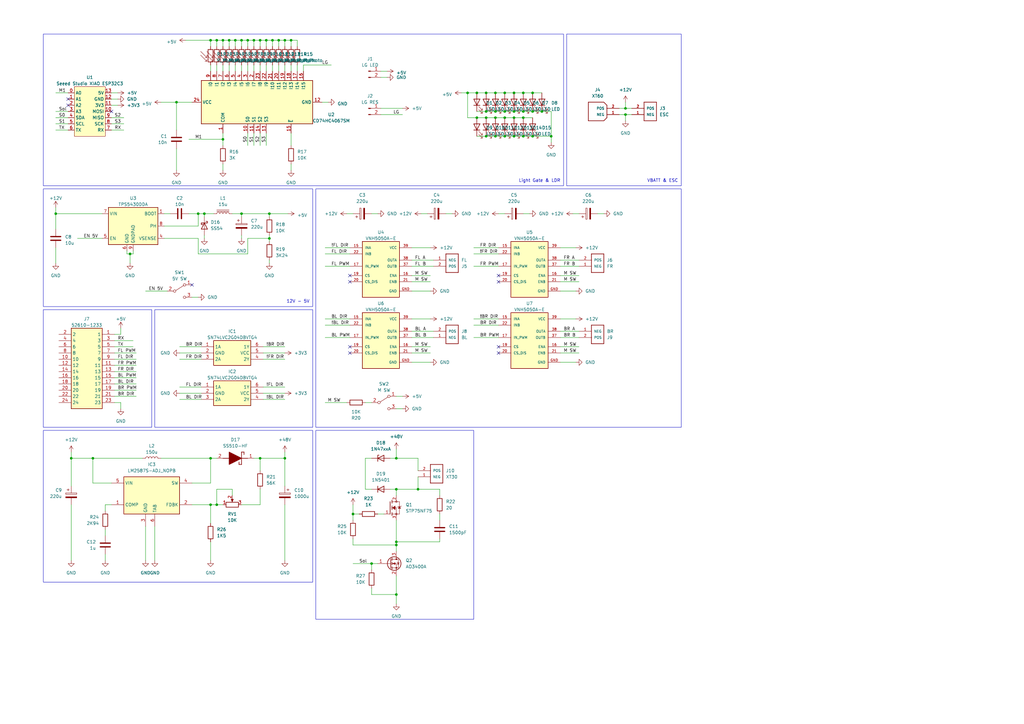
<source format=kicad_sch>
(kicad_sch (version 20230121) (generator eeschema)
  (paper "A3")
  (title_block (title "Layer 1") (date "2023-04-21") (rev "1") (company "Sentinels Robotics"))
  (junction (at 222.25 45.72))
  (junction (at 29.21 187.96))
  (junction (at 104.14 16.51))
  (junction (at 214.63 45.72))
  (junction (at 199.39 45.72))
  (junction (at 91.44 16.51))
  (junction (at 191.77 38.1))
  (junction (at 81.28 87.63))
  (junction (at 38.1 187.96))
  (junction (at 99.06 87.63))
  (junction (at 199.39 55.88))
  (junction (at 119.38 16.51))
  (junction (at 203.2 38.1))
  (junction (at 106.68 16.51))
  (junction (at 152.4 231.14))
  (junction (at 214.63 38.1))
  (junction (at 109.22 16.51))
  (junction (at 203.2 45.72))
  (junction (at 96.52 16.51))
  (junction (at 53.34 104.14))
  (junction (at 218.44 45.72))
  (junction (at 171.45 200.66))
  (junction (at 210.82 48.26))
  (junction (at 207.01 45.72))
  (junction (at 203.2 55.88))
  (junction (at 86.36 187.96))
  (junction (at 218.44 38.1))
  (junction (at 144.78 210.82))
  (junction (at 214.63 48.26))
  (junction (at 226.06 55.88))
  (junction (at 101.6 16.51))
  (junction (at 214.63 55.88))
  (junction (at 86.36 16.51))
  (junction (at 91.44 57.15))
  (junction (at 88.9 207.01))
  (junction (at 210.82 45.72))
  (junction (at 207.01 55.88))
  (junction (at 72.39 41.91))
  (junction (at 22.86 87.63))
  (junction (at 199.39 38.1))
  (junction (at 114.3 16.51))
  (junction (at 218.44 55.88))
  (junction (at 195.58 38.1))
  (junction (at 210.82 38.1))
  (junction (at 106.68 187.96))
  (junction (at 256.54 44.45))
  (junction (at 162.56 187.96))
  (junction (at 210.82 55.88))
  (junction (at 93.98 16.51))
  (junction (at 88.9 16.51))
  (junction (at 110.49 87.63))
  (junction (at 99.06 16.51))
  (junction (at 162.56 200.66))
  (junction (at 207.01 38.1))
  (junction (at 116.84 16.51))
  (junction (at 162.56 243.84))
  (junction (at 203.2 48.26))
  (junction (at 162.56 223.52))
  (junction (at 162.56 222.25))
  (junction (at 199.39 48.26))
  (junction (at 86.36 207.01))
  (junction (at 256.54 46.99))
  (junction (at 110.49 97.79))
  (junction (at 207.01 48.26))
  (junction (at 83.82 87.63))
  (junction (at 111.76 16.51))
  (junction (at 116.84 187.96))
  (junction (at 195.58 48.26))
  (no_connect (at 27.94 40.64))
  (no_connect (at 204.47 113.03))
  (no_connect (at 143.51 113.03))
  (no_connect (at 204.47 142.24))
  (no_connect (at 143.51 144.78))
  (no_connect (at 143.51 142.24))
  (no_connect (at 204.47 144.78))
  (no_connect (at 204.47 115.57))
  (no_connect (at 27.94 43.18))
  (no_connect (at 78.74 116.84))
  (no_connect (at 143.51 115.57))
  (no_connect (at 45.72 45.72))
  (wire (pts (xy 46.99 157.48) (xy 55.88 157.48)))
  (wire (pts (xy 142.24 87.63) (xy 144.78 87.63)))
  (wire (pts (xy 46.99 139.7) (xy 54.61 139.7)))
  (wire (pts (xy 101.6 16.51) (xy 99.06 16.51)))
  (wire (pts (xy 171.45 193.04) (xy 171.45 187.96)))
  (wire (pts (xy 46.99 152.4) (xy 55.88 152.4)))
  (wire (pts (xy 88.9 16.51) (xy 86.36 16.51)))
  (wire (pts (xy 162.56 236.22) (xy 162.56 243.84)))
  (wire (pts (xy 106.68 200.66) (xy 106.68 207.01)))
  (wire (pts (xy 46.99 142.24) (xy 54.61 142.24)))
  (wire (pts (xy 104.14 26.67) (xy 104.14 29.21)))
  (wire (pts (xy 45.72 43.18) (xy 48.26 43.18)))
  (wire (pts (xy 29.21 207.01) (xy 29.21 229.87)))
  (wire (pts (xy 109.22 16.51) (xy 109.22 19.05)))
  (wire (pts (xy 168.91 144.78) (xy 176.53 144.78)))
  (wire (pts (xy 214.63 55.88) (xy 218.44 55.88)))
  (wire (pts (xy 152.4 187.96) (xy 149.86 187.96)))
  (wire (pts (xy 203.2 45.72) (xy 207.01 45.72)))
  (wire (pts (xy 171.45 200.66) (xy 180.34 200.66)))
  (wire (pts (xy 86.36 16.51) (xy 86.36 19.05)))
  (wire (pts (xy 67.31 97.79) (xy 81.28 97.79)))
  (wire (pts (xy 124.46 26.67) (xy 124.46 29.21)))
  (wire (pts (xy 73.66 163.83) (xy 82.55 163.83)))
  (wire (pts (xy 191.77 48.26) (xy 191.77 38.1)))
  (wire (pts (xy 72.39 60.96) (xy 72.39 69.85)))
  (wire (pts (xy 93.98 26.67) (xy 93.98 29.21)))
  (wire (pts (xy 218.44 48.26) (xy 214.63 48.26)))
  (wire (pts (xy 82.55 144.78) (xy 73.66 144.78)))
  (wire (pts (xy 149.86 165.1) (xy 152.4 165.1)))
  (wire (pts (xy 132.08 41.91) (xy 134.62 41.91)))
  (wire (pts (xy 119.38 54.61) (xy 119.38 59.69)))
  (wire (pts (xy 149.86 187.96) (xy 149.86 200.66)))
  (wire (pts (xy 106.68 26.67) (xy 106.68 29.21)))
  (wire (pts (xy 152.4 243.84) (xy 162.56 243.84)))
  (wire (pts (xy 144.78 207.01) (xy 144.78 210.82)))
  (wire (pts (xy 180.34 210.82) (xy 180.34 213.36)))
  (wire (pts (xy 109.22 16.51) (xy 106.68 16.51)))
  (wire (pts (xy 101.6 16.51) (xy 101.6 19.05)))
  (wire (pts (xy 229.87 113.03) (xy 237.49 113.03)))
  (wire (pts (xy 107.95 142.24) (xy 116.84 142.24)))
  (wire (pts (xy 46.99 160.02) (xy 55.88 160.02)))
  (wire (pts (xy 121.92 16.51) (xy 121.92 19.05)))
  (wire (pts (xy 46.99 154.94) (xy 55.88 154.94)))
  (wire (pts (xy 43.18 207.01) (xy 43.18 209.55)))
  (wire (pts (xy 46.99 147.32) (xy 55.88 147.32)))
  (wire (pts (xy 152.4 200.66) (xy 149.86 200.66)))
  (wire (pts (xy 210.82 45.72) (xy 214.63 45.72)))
  (wire (pts (xy 147.32 210.82) (xy 144.78 210.82)))
  (wire (pts (xy 83.82 87.63) (xy 83.82 88.9)))
  (wire (pts (xy 52.07 104.14) (xy 53.34 104.14)))
  (wire (pts (xy 204.47 87.63) (xy 207.01 87.63)))
  (wire (pts (xy 81.28 87.63) (xy 83.82 87.63)))
  (wire (pts (xy 194.31 133.35) (xy 204.47 133.35)))
  (wire (pts (xy 50.8 50.8) (xy 45.72 50.8)))
  (wire (pts (xy 114.3 16.51) (xy 111.76 16.51)))
  (wire (pts (xy 99.06 96.52) (xy 99.06 97.79)))
  (wire (pts (xy 116.84 26.67) (xy 116.84 29.21)))
  (wire (pts (xy 73.66 158.75) (xy 82.55 158.75)))
  (wire (pts (xy 256.54 49.53) (xy 256.54 46.99)))
  (wire (pts (xy 50.8 48.26) (xy 45.72 48.26)))
  (wire (pts (xy 29.21 185.42) (xy 29.21 187.96)))
  (wire (pts (xy 114.3 16.51) (xy 114.3 19.05)))
  (wire (pts (xy 229.87 142.24) (xy 237.49 142.24)))
  (wire (pts (xy 104.14 54.61) (xy 104.14 59.69)))
  (wire (pts (xy 82.55 161.29) (xy 73.66 161.29)))
  (wire (pts (xy 88.9 200.66) (xy 95.25 200.66)))
  (wire (pts (xy 88.9 26.67) (xy 88.9 29.21)))
  (wire (pts (xy 116.84 16.51) (xy 116.84 19.05)))
  (wire (pts (xy 86.36 26.67) (xy 86.36 29.21)))
  (wire (pts (xy 72.39 41.91) (xy 78.74 41.91)))
  (wire (pts (xy 99.06 16.51) (xy 96.52 16.51)))
  (wire (pts (xy 162.56 167.64) (xy 165.1 167.64)))
  (wire (pts (xy 93.98 16.51) (xy 91.44 16.51)))
  (wire (pts (xy 162.56 243.84) (xy 162.56 247.65)))
  (wire (pts (xy 110.49 106.68) (xy 110.49 107.95)))
  (wire (pts (xy 168.91 130.81) (xy 176.53 130.81)))
  (wire (pts (xy 207.01 55.88) (xy 210.82 55.88)))
  (wire (pts (xy 229.87 109.22) (xy 237.49 109.22)))
  (wire (pts (xy 45.72 53.34) (xy 50.8 53.34)))
  (wire (pts (xy 207.01 38.1) (xy 210.82 38.1)))
  (wire (pts (xy 180.34 200.66) (xy 180.34 203.2)))
  (wire (pts (xy 121.92 26.67) (xy 121.92 29.21)))
  (wire (pts (xy 199.39 38.1) (xy 203.2 38.1)))
  (wire (pts (xy 116.84 207.01) (xy 116.84 229.87)))
  (wire (pts (xy 229.87 138.43) (xy 237.49 138.43)))
  (wire (pts (xy 133.35 104.14) (xy 143.51 104.14)))
  (wire (pts (xy 91.44 26.67) (xy 91.44 29.21)))
  (wire (pts (xy 106.68 187.96) (xy 106.68 193.04)))
  (wire (pts (xy 133.35 133.35) (xy 143.51 133.35)))
  (wire (pts (xy 54.61 104.14) (xy 53.34 104.14)))
  (wire (pts (xy 59.69 119.38) (xy 68.58 119.38)))
  (wire (pts (xy 152.4 241.3) (xy 152.4 243.84)))
  (wire (pts (xy 156.21 29.21) (xy 158.75 29.21)))
  (wire (pts (xy 91.44 16.51) (xy 88.9 16.51)))
  (wire (pts (xy 259.08 44.45) (xy 256.54 44.45)))
  (wire (pts (xy 77.47 57.15) (xy 91.44 57.15)))
  (wire (pts (xy 107.95 158.75) (xy 116.84 158.75)))
  (wire (pts (xy 194.31 104.14) (xy 204.47 104.14)))
  (wire (pts (xy 109.22 26.67) (xy 109.22 29.21)))
  (wire (pts (xy 210.82 38.1) (xy 214.63 38.1)))
  (wire (pts (xy 162.56 162.56) (xy 165.1 162.56)))
  (wire (pts (xy 22.86 101.6) (xy 22.86 107.95)))
  (wire (pts (xy 152.4 231.14) (xy 154.94 231.14)))
  (wire (pts (xy 195.58 38.1) (xy 199.39 38.1)))
  (wire (pts (xy 189.23 38.1) (xy 191.77 38.1)))
  (wire (pts (xy 67.31 92.71) (xy 81.28 92.71)))
  (wire (pts (xy 99.06 87.63) (xy 110.49 87.63)))
  (wire (pts (xy 22.86 87.63) (xy 41.91 87.63)))
  (wire (pts (xy 106.68 187.96) (xy 116.84 187.96)))
  (wire (pts (xy 168.91 148.59) (xy 176.53 148.59)))
  (wire (pts (xy 22.86 87.63) (xy 22.86 93.98)))
  (wire (pts (xy 72.39 41.91) (xy 72.39 53.34)))
  (wire (pts (xy 156.21 31.75) (xy 158.75 31.75)))
  (wire (pts (xy 73.66 142.24) (xy 82.55 142.24)))
  (wire (pts (xy 110.49 97.79) (xy 110.49 99.06)))
  (wire (pts (xy 214.63 38.1) (xy 218.44 38.1)))
  (wire (pts (xy 22.86 87.63) (xy 22.86 85.09)))
  (wire (pts (xy 119.38 16.51) (xy 119.38 19.05)))
  (wire (pts (xy 119.38 26.67) (xy 119.38 29.21)))
  (wire (pts (xy 162.56 222.25) (xy 180.34 222.25)))
  (wire (pts (xy 195.58 45.72) (xy 199.39 45.72)))
  (wire (pts (xy 162.56 213.36) (xy 162.56 222.25)))
  (wire (pts (xy 156.21 44.45) (xy 165.1 44.45)))
  (wire (pts (xy 59.69 215.9) (xy 59.69 229.87)))
  (wire (pts (xy 222.25 45.72) (xy 226.06 45.72)))
  (wire (pts (xy 49.53 134.62) (xy 49.53 137.16)))
  (wire (pts (xy 116.84 185.42) (xy 116.84 187.96)))
  (wire (pts (xy 99.06 87.63) (xy 99.06 88.9)))
  (wire (pts (xy 83.82 96.52) (xy 83.82 97.79)))
  (wire (pts (xy 45.72 40.64) (xy 48.26 40.64)))
  (wire (pts (xy 91.44 16.51) (xy 91.44 19.05)))
  (wire (pts (xy 247.65 87.63) (xy 245.11 87.63)))
  (wire (pts (xy 156.21 46.99) (xy 165.1 46.99)))
  (wire (pts (xy 214.63 45.72) (xy 218.44 45.72)))
  (wire (pts (xy 45.72 38.1) (xy 48.26 38.1)))
  (wire (pts (xy 234.95 87.63) (xy 237.49 87.63)))
  (wire (pts (xy 160.02 187.96) (xy 162.56 187.96)))
  (wire (pts (xy 66.04 41.91) (xy 72.39 41.91)))
  (wire (pts (xy 162.56 223.52) (xy 162.56 226.06)))
  (wire (pts (xy 168.91 101.6) (xy 176.53 101.6)))
  (wire (pts (xy 95.25 87.63) (xy 99.06 87.63)))
  (wire (pts (xy 199.39 48.26) (xy 195.58 48.26)))
  (wire (pts (xy 53.34 107.95) (xy 53.34 104.14)))
  (wire (pts (xy 229.87 135.89) (xy 237.49 135.89)))
  (wire (pts (xy 259.08 46.99) (xy 256.54 46.99)))
  (wire (pts (xy 99.06 26.67) (xy 99.06 29.21)))
  (wire (pts (xy 180.34 220.98) (xy 180.34 222.25)))
  (wire (pts (xy 162.56 184.15) (xy 162.56 187.96)))
  (wire (pts (xy 144.78 231.14) (xy 152.4 231.14)))
  (wire (pts (xy 256.54 41.91) (xy 256.54 44.45)))
  (wire (pts (xy 46.99 137.16) (xy 49.53 137.16)))
  (wire (pts (xy 86.36 187.96) (xy 66.04 187.96)))
  (wire (pts (xy 229.87 106.68) (xy 237.49 106.68)))
  (wire (pts (xy 229.87 130.81) (xy 236.22 130.81)))
  (wire (pts (xy 229.87 101.6) (xy 236.22 101.6)))
  (wire (pts (xy 185.42 87.63) (xy 182.88 87.63)))
  (wire (pts (xy 45.72 207.01) (xy 43.18 207.01)))
  (wire (pts (xy 152.4 231.14) (xy 152.4 233.68)))
  (wire (pts (xy 217.17 87.63) (xy 214.63 87.63)))
  (wire (pts (xy 133.35 109.22) (xy 143.51 109.22)))
  (wire (pts (xy 96.52 16.51) (xy 93.98 16.51)))
  (wire (pts (xy 91.44 67.31) (xy 91.44 69.85)))
  (wire (pts (xy 111.76 16.51) (xy 109.22 16.51)))
  (wire (pts (xy 199.39 45.72) (xy 203.2 45.72)))
  (wire (pts (xy 133.35 165.1) (xy 142.24 165.1)))
  (wire (pts (xy 168.91 106.68) (xy 177.8 106.68)))
  (wire (pts (xy 229.87 144.78) (xy 237.49 144.78)))
  (wire (pts (xy 38.1 187.96) (xy 38.1 198.12)))
  (wire (pts (xy 203.2 55.88) (xy 207.01 55.88)))
  (wire (pts (xy 86.36 198.12) (xy 78.74 198.12)))
  (wire (pts (xy 107.95 147.32) (xy 116.84 147.32)))
  (wire (pts (xy 229.87 148.59) (xy 236.22 148.59)))
  (wire (pts (xy 114.3 26.67) (xy 114.3 29.21)))
  (wire (pts (xy 91.44 54.61) (xy 91.44 57.15)))
  (wire (pts (xy 168.91 142.24) (xy 176.53 142.24)))
  (wire (pts (xy 27.94 45.72) (xy 22.86 45.72)))
  (wire (pts (xy 95.25 203.2) (xy 95.25 200.66)))
  (wire (pts (xy 203.2 38.1) (xy 207.01 38.1)))
  (wire (pts (xy 154.94 210.82) (xy 157.48 210.82)))
  (wire (pts (xy 101.6 54.61) (xy 101.6 59.69)))
  (wire (pts (xy 81.28 97.79) (xy 81.28 104.14)))
  (wire (pts (xy 88.9 16.51) (xy 88.9 19.05)))
  (wire (pts (xy 111.76 16.51) (xy 111.76 19.05)))
  (wire (pts (xy 86.36 207.01) (xy 86.36 214.63)))
  (wire (pts (xy 27.94 48.26) (xy 22.86 48.26)))
  (wire (pts (xy 229.87 115.57) (xy 237.49 115.57)))
  (wire (pts (xy 101.6 26.67) (xy 101.6 29.21)))
  (wire (pts (xy 78.74 207.01) (xy 86.36 207.01)))
  (wire (pts (xy 218.44 38.1) (xy 222.25 38.1)))
  (wire (pts (xy 49.53 165.1) (xy 49.53 167.64)))
  (wire (pts (xy 43.18 227.33) (xy 43.18 229.87)))
  (wire (pts (xy 171.45 195.58) (xy 171.45 200.66)))
  (wire (pts (xy 107.95 163.83) (xy 116.84 163.83)))
  (wire (pts (xy 162.56 200.66) (xy 162.56 203.2)))
  (wire (pts (xy 29.21 187.96) (xy 38.1 187.96)))
  (wire (pts (xy 73.66 147.32) (xy 82.55 147.32)))
  (wire (pts (xy 31.75 97.79) (xy 41.91 97.79)))
  (wire (pts (xy 96.52 26.67) (xy 96.52 29.21)))
  (wire (pts (xy 168.91 109.22) (xy 177.8 109.22)))
  (wire (pts (xy 106.68 54.61) (xy 106.68 59.69)))
  (wire (pts (xy 88.9 207.01) (xy 91.44 207.01)))
  (wire (pts (xy 210.82 55.88) (xy 214.63 55.88)))
  (wire (pts (xy 106.68 16.51) (xy 106.68 19.05)))
  (wire (pts (xy 104.14 187.96) (xy 106.68 187.96)))
  (wire (pts (xy 214.63 48.26) (xy 210.82 48.26)))
  (wire (pts (xy 191.77 48.26) (xy 195.58 48.26)))
  (wire (pts (xy 86.36 198.12) (xy 86.36 187.96)))
  (wire (pts (xy 83.82 87.63) (xy 87.63 87.63)))
  (wire (pts (xy 199.39 55.88) (xy 203.2 55.88)))
  (wire (pts (xy 254 46.99) (xy 256.54 46.99)))
  (wire (pts (xy 106.68 16.51) (xy 104.14 16.51)))
  (wire (pts (xy 162.56 187.96) (xy 171.45 187.96)))
  (wire (pts (xy 194.31 109.22) (xy 204.47 109.22)))
  (wire (pts (xy 168.91 115.57) (xy 176.53 115.57)))
  (wire (pts (xy 106.68 207.01) (xy 99.06 207.01)))
  (wire (pts (xy 46.99 144.78) (xy 55.88 144.78)))
  (wire (pts (xy 29.21 187.96) (xy 29.21 199.39)))
  (wire (pts (xy 218.44 55.88) (xy 226.06 55.88)))
  (wire (pts (xy 121.92 16.51) (xy 119.38 16.51)))
  (wire (pts (xy 46.99 162.56) (xy 55.88 162.56)))
  (wire (pts (xy 144.78 210.82) (xy 144.78 213.36)))
  (wire (pts (xy 207.01 45.72) (xy 210.82 45.72)))
  (wire (pts (xy 191.77 38.1) (xy 195.58 38.1)))
  (wire (pts (xy 194.31 138.43) (xy 204.47 138.43)))
  (wire (pts (xy 52.07 102.87) (xy 52.07 104.14)))
  (wire (pts (xy 110.49 87.63) (xy 118.11 87.63)))
  (wire (pts (xy 104.14 16.51) (xy 101.6 16.51)))
  (wire (pts (xy 124.46 26.67) (xy 135.89 26.67)))
  (wire (pts (xy 133.35 138.43) (xy 143.51 138.43)))
  (wire (pts (xy 168.91 113.03) (xy 176.53 113.03)))
  (wire (pts (xy 254 44.45) (xy 256.54 44.45)))
  (wire (pts (xy 154.94 87.63) (xy 152.4 87.63)))
  (wire (pts (xy 162.56 200.66) (xy 171.45 200.66)))
  (wire (pts (xy 226.06 45.72) (xy 226.06 55.88)))
  (wire (pts (xy 67.31 87.63) (xy 69.85 87.63)))
  (wire (pts (xy 22.86 53.34) (xy 27.94 53.34)))
  (wire (pts (xy 46.99 149.86) (xy 55.88 149.86)))
  (wire (pts (xy 109.22 54.61) (xy 109.22 59.69)))
  (wire (pts (xy 99.06 16.51) (xy 99.06 19.05)))
  (wire (pts (xy 226.06 55.88) (xy 226.06 58.42)))
  (wire (pts (xy 116.84 187.96) (xy 116.84 199.39)))
  (wire (pts (xy 78.74 121.92) (xy 81.28 121.92)))
  (wire (pts (xy 111.76 26.67) (xy 111.76 29.21)))
  (wire (pts (xy 195.58 55.88) (xy 199.39 55.88)))
  (wire (pts (xy 86.36 222.25) (xy 86.36 229.87)))
  (wire (pts (xy 203.2 48.26) (xy 199.39 48.26)))
  (wire (pts (xy 110.49 96.52) (xy 110.49 97.79)))
  (wire (pts (xy 101.6 104.14) (xy 101.6 97.79)))
  (wire (pts (xy 101.6 97.79) (xy 110.49 97.79)))
  (wire (pts (xy 107.95 144.78) (xy 116.84 144.78)))
  (wire (pts (xy 45.72 198.12) (xy 38.1 198.12)))
  (wire (pts (xy 58.42 187.96) (xy 38.1 187.96)))
  (wire (pts (xy 168.91 119.38) (xy 176.53 119.38)))
  (wire (pts (xy 91.44 59.69) (xy 91.44 57.15)))
  (wire (pts (xy 22.86 38.1) (xy 27.94 38.1)))
  (wire (pts (xy 116.84 16.51) (xy 114.3 16.51)))
  (wire (pts (xy 104.14 16.51) (xy 104.14 19.05)))
  (wire (pts (xy 88.9 200.66) (xy 88.9 207.01)))
  (wire (pts (xy 43.18 217.17) (xy 43.18 219.71)))
  (wire (pts (xy 107.95 161.29) (xy 116.84 161.29)))
  (wire (pts (xy 54.61 102.87) (xy 54.61 104.14)))
  (wire (pts (xy 88.9 187.96) (xy 86.36 187.96)))
  (wire (pts (xy 210.82 48.26) (xy 207.01 48.26)))
  (wire (pts (xy 119.38 16.51) (xy 116.84 16.51)))
  (wire (pts (xy 144.78 223.52) (xy 162.56 223.52)))
  (wire (pts (xy 194.31 101.6) (xy 204.47 101.6)))
  (wire (pts (xy 207.01 48.26) (xy 203.2 48.26)))
  (wire (pts (xy 27.94 50.8) (xy 22.86 50.8)))
  (wire (pts (xy 168.91 135.89) (xy 177.8 135.89)))
  (wire (pts (xy 144.78 220.98) (xy 144.78 223.52)))
  (wire (pts (xy 229.87 119.38) (xy 236.22 119.38)))
  (wire (pts (xy 63.5 215.9) (xy 63.5 229.87)))
  (wire (pts (xy 81.28 104.14) (xy 101.6 104.14)))
  (wire (pts (xy 86.36 207.01) (xy 88.9 207.01)))
  (wire (pts (xy 86.36 16.51) (xy 76.2 16.51)))
  (wire (pts (xy 133.35 101.6) (xy 143.51 101.6)))
  (wire (pts (xy 46.99 165.1) (xy 49.53 165.1)))
  (wire (pts (xy 168.91 138.43) (xy 177.8 138.43)))
  (wire (pts (xy 93.98 16.51) (xy 93.98 19.05)))
  (wire (pts (xy 194.31 130.81) (xy 204.47 130.81)))
  (wire (pts (xy 172.72 87.63) (xy 175.26 87.63)))
  (wire (pts (xy 133.35 130.81) (xy 143.51 130.81)))
  (wire (pts (xy 162.56 222.25) (xy 162.56 223.52)))
  (wire (pts (xy 110.49 88.9) (xy 110.49 87.63)))
  (wire (pts (xy 119.38 67.31) (xy 119.38 69.85)))
  (wire (pts (xy 160.02 200.66) (xy 162.56 200.66)))
  (wire (pts (xy 96.52 16.51) (xy 96.52 19.05)))
  (wire (pts (xy 218.44 45.72) (xy 222.25 45.72)))
  (wire (pts (xy 77.47 87.63) (xy 81.28 87.63)))
  (wire (pts (xy 81.28 92.71) (xy 81.28 87.63)))
  (rectangle (start 17.78 77.47) (end 128.27 125.73))
  (rectangle (start 232.41 13.97) (end 279.4 76.2))
  (rectangle (start 17.78 176.53) (end 128.27 238.76))
  (rectangle (start 129.54 77.47) (end 279.4 175.26))
  (rectangle (start 129.54 176.53) (end 194.31 254))
  (rectangle (start 17.78 127) (end 62.23 175.26))
  (rectangle (start 63.5 127) (end 128.27 175.26))
  (rectangle (start 17.78 13.97) (end 231.14 76.2))
  (text "12V - 5V" (at 127 124.46 0) (effects (font (size 1.27 1.27)) (justify right bottom)))
  (text "Light Gate & LDR" (at 229.87 74.93 0) (effects (font (size 1.27 1.27)) (justify right bottom)))
  (text "VBATT & ESC" (at 278.13 74.93 0) (effects (font (size 1.27 1.27)) (justify right bottom)))
  (label "Sol" (at 24.13 45.72 0))
  (label "M SW" (at 139.7 165.1 180))
  (label "M1" (at 24.13 38.1 0))
  (label "FR DIR" (at 196.85 101.6 0))
  (label "!BL DIR" (at 109.22 163.83 0))
  (label "BR B" (at 231.14 138.43 0))
  (label "BL DIR" (at 76.2 163.83 0))
  (label "M SW" (at 170.18 113.03 0))
  (label "M SW" (at 170.18 142.24 0))
  (label "BR DIR" (at 196.85 133.35 0))
  (label "S3" (at 109.22 58.42 90))
  (label "S0" (at 24.13 48.26 0))
  (label "FL A" (at 170.18 106.68 0))
  (label "BR PWM" (at 196.85 138.43 0))
  (label "FL DIR" (at 48.26 147.32 0))
  (label "FR A" (at 231.14 106.68 0))
  (label "M SW" (at 231.14 142.24 0))
  (label "M1" (at 80.01 57.15 0))
  (label "TX" (at 24.13 53.34 0))
  (label "BR DIR" (at 48.26 162.56 0))
  (label "!FR DIR" (at 196.85 104.14 0))
  (label "EN 5V" (at 34.29 97.79 0))
  (label "!BR DIR" (at 109.22 142.24 0))
  (label "FL DIR" (at 135.89 104.14 0))
  (label "!FR DIR" (at 109.22 147.32 0))
  (label "BL PWM" (at 135.89 138.43 0))
  (label "!FL DIR" (at 135.89 101.6 0))
  (label "LG" (at 161.29 46.99 0))
  (label "S1" (at 24.13 50.8 0))
  (label "S2" (at 106.68 58.42 90))
  (label "!BR DIR" (at 196.85 130.81 0))
  (label "TX" (at 48.26 142.24 0))
  (label "BL PWM" (at 48.26 154.94 0))
  (label "S2" (at 46.99 48.26 0))
  (label "M SW" (at 170.18 115.57 0))
  (label "BL DIR" (at 135.89 130.81 0))
  (label "S1" (at 104.14 58.42 90))
  (label "S3" (at 46.99 50.8 0))
  (label "FR DIR" (at 76.2 147.32 0))
  (label "BR PWM" (at 48.26 160.02 0))
  (label "BL DIR" (at 48.26 157.48 0))
  (label "FR PWM" (at 196.85 109.22 0))
  (label "FL DIR" (at 76.2 158.75 0))
  (label "M SW" (at 231.14 144.78 0))
  (label "LG" (at 132.08 26.67 0))
  (label "FL PWM" (at 135.89 109.22 0))
  (label "RX" (at 48.26 139.7 0))
  (label "BL A" (at 170.18 135.89 0))
  (label "M SW" (at 231.14 113.03 0))
  (label "Sol" (at 147.32 231.14 0))
  (label "FL PWM" (at 48.26 144.78 0))
  (label "!FL DIR" (at 109.22 158.75 0))
  (label "RX" (at 46.99 53.34 0))
  (label "FL B" (at 170.18 109.22 0))
  (label "FR PWM" (at 48.26 149.86 0))
  (label "BL B" (at 170.18 138.43 0))
  (label "BR DIR" (at 76.2 142.24 0))
  (label "S0" (at 101.6 58.42 90))
  (label "BR A" (at 231.14 135.89 0))
  (label "M SW" (at 170.18 144.78 0))
  (label "EN 5V" (at 60.96 119.38 0))
  (label "FR DIR" (at 48.26 152.4 0))
  (label "FR B" (at 231.14 109.22 0))
  (label "M SW" (at 231.14 115.57 0))
  (label "!BL DIR" (at 135.89 133.35 0))
  (symbol (lib_id "power:+5V") (at 66.04 41.91 90) (unit 1)
    (property "Reference" "#PWR07" (effects hide))
    (property "Value" "+5V" (at 62.23 42.545 90) (effects (justify left)))
  )
  (symbol (lib_id "Device:R") (at 180.34 207.01 0) (mirror y) (unit 1)
    (property "Reference" "R22" (at 182.88 205.74 0) (effects (justify right)))
    (property "Value" "20" (at 182.88 208.28 0) (effects (justify right)))
    (property "Footprint" "Resistor_SMD:R_0603_1608Metric_Pad0.98x0.95mm_HandSolder" (effects hide))
  )
  (symbol (lib_id "Regulator_Switching:TPS5430DDA") (at 54.61 92.71 0) (unit 1)
    (property "Reference" "U3" (at 54.61 81.28 0))
    (property "Value" "TPS5430DDA" (at 54.61 83.82 0))
    (property "Footprint" "Package_SO:TI_SO-PowerPAD-8_ThermalVias" (effects hide))
    (property "Datasheet" "http://www.ti.com/lit/ds/symlink/tps5430.pdf" (effects hide))
  )
  (symbol (lib_id "power:+5V") (at 118.11 87.63 270) (unit 1)
    (property "Reference" "#PWR018" (effects hide))
    (property "Value" "+5V" (at 121.92 88.265 90) (effects (justify left)))
  )
  (symbol (lib_id "power:+12V") (at 204.47 87.63 90) (unit 1)
    (property "Reference" "#PWR023" (effects hide))
    (property "Value" "+12V" (at 200.66 87.63 90) (effects (justify left)))
  )
  (symbol (lib_id "LM2587S-ADJ_NOPB:LM2587S-ADJ_NOPB") (at 62.23 203.2 0) (unit 1)
    (property "Reference" "IC3" (at 62.23 190.5 0))
    (property "Value" "LM2587S-ADJ_NOPB" (at 62.23 193.04 0))
    (property "Footprint" "footprints:TO170P1435X465-6N" (effects hide))
    (property "Datasheet" "http://www.ti.com/lit/ds/symlink/lm2587.pdf" (effects hide))
    (property "Height" "4.65" (effects hide))
    (property "Manufacturer_Name" "Texas Instruments" (effects hide))
    (property "Manufacturer_Part_Number" "LM2587S-ADJ/NOPB" (effects hide))
    (property "Mouser Part Number" "926-LM2587S-ADJ/NOPB" (effects hide))
    (property "Mouser Price/Stock" "https://www.mouser.co.uk/ProductDetail/Texas-Instruments/LM2587S-ADJ-NOPB?qs=X1J7HmVL2ZEPViE%252BXoggZw%3D%3D" (effects hide))
    (property "Arrow Part Number" "LM2587S-ADJ/NOPB" (effects hide))
    (property "Arrow Price/Stock" "https://www.arrow.com/en/products/lm2587s-adjnopb/texas-instruments?region=nac" (effects hide))
  )
  (symbol (lib_id "power:+3V3") (at 116.84 161.29 270) (unit 1)
    (property "Reference" "#PWR045" (effects hide))
    (property "Value" "+3V3" (at 120.65 161.29 90) (effects (justify left)))
  )
  (symbol (lib_id "Device:R_Photo") (at 106.68 22.86 0) (unit 1)
    (property "Reference" "R9" (at 109.22 22.225 0) (effects (justify left)))
    (property "Value" "R_Photo" (at 109.22 24.765 0) (effects (justify left)))
    (property "Footprint" "footprints:ALS-PT19" (effects hide))
  )
  (symbol (lib_id "power:GND") (at 236.22 119.38 90) (unit 1)
    (property "Reference" "#PWR035" (effects hide))
    (property "Value" "GND" (at 240.03 119.38 90) (effects (justify right)))
  )
  (symbol (lib_id "Device:R") (at 144.78 217.17 0) (unit 1)
    (property "Reference" "R25" (at 142.24 215.9 0) (effects (justify right)))
    (property "Value" "10K" (at 142.24 218.44 0) (effects (justify right)))
    (property "Footprint" "Resistor_SMD:R_0603_1608Metric_Pad0.98x0.95mm_HandSolder" (effects hide))
  )
  (symbol (lib_id "power:GND") (at 29.21 229.87 0) (unit 1)
    (property "Reference" "#PWR053" (effects hide))
    (property "Value" "GND" (at 29.21 234.95 0))
  )
  (symbol (lib_id "Device:R_Photo") (at 93.98 22.86 0) (unit 1)
    (property "Reference" "R4" (at 96.52 22.225 0) (effects (justify left)))
    (property "Value" "R_Photo" (at 96.52 24.765 0) (effects (justify left)))
    (property "Footprint" "footprints:ALS-PT19" (effects hide))
  )
  (symbol (lib_id "XT60-M:XT30") (at 264.16 45.72 0) (unit 1)
    (property "Reference" "J3" (at 270.51 44.45 0) (effects (justify left)))
    (property "Value" "ESC" (at 270.51 46.99 0) (effects (justify left)))
    (property "Footprint" "footprints:AMASS_XT30-F" (effects hide))
    (property "MANUFACTURER" "AMASS" (effects hide))
    (property "PARTREV" "V1.2" (effects hide))
    (property "STANDARD" "IPC 7351B" (effects hide))
    (property "MAXIMUM_PACKAGE_HEIGHT" "16.00 mm" (effects hide))
  )
  (symbol (lib_id "SN74LVC2G04DBVTG4:SN74LVC2G04DBVTG4") (at 82.55 142.24 0) (unit 1)
    (property "Reference" "IC1" (at 95.25 135.89 0))
    (property "Value" "SN74LVC2G04DBVTG4" (at 95.25 138.43 0))
    (property "Footprint" "footprints:SOT95P280X145-6N" (effects hide))
    (property "Datasheet" "https://www.ti.com/lit/ds/symlink/sn74lvc2g04.pdf?ts=1633157623930&ref_url=https%253A%252F%252Fwww.ti.com%252Fsitesearch%252Fdocs%252Funiversalsearch.tsp%253FlangPref%253Den-US%2526searchTerm%253DSN74LVC2G04DBVRE4%2526nr%253D2" (effects hide))
    (property "Height" "1.45" (effects hide))
    (property "Manufacturer_Name" "Texas Instruments" (effects hide))
    (property "Manufacturer_Part_Number" "SN74LVC2G04DBVTG4" (effects hide))
    (property "Mouser Part Number" "595-74LVC2G04DBVTG4" (effects hide))
    (property "Mouser Price/Stock" "https://www.mouser.co.uk/ProductDetail/Texas-Instruments/SN74LVC2G04DBVTG4?qs=glQR3cLZh261nn4md5o%252BHw%3D%3D" (effects hide))
    (property "Arrow Part Number" "SN74LVC2G04DBVTG4" (effects hide))
    (property "Arrow Price/Stock" "https://www.arrow.com/en/products/sn74lvc2g04dbvtg4/texas-instruments?region=nac" (effects hide))
  )
  (symbol (lib_id "Device:C") (at 180.34 217.17 0) (unit 1)
    (property "Reference" "C11" (at 184.15 215.9 0) (effects (justify left)))
    (property "Value" "1500pF" (at 184.15 218.44 0) (effects (justify left)))
    (property "Footprint" "Capacitor_SMD:C_0603_1608Metric_Pad1.08x0.95mm_HandSolder" (effects hide))
  )
  (symbol (lib_id "power:GND") (at 162.56 247.65 0) (unit 1)
    (property "Reference" "#PWR059" (effects hide))
    (property "Value" "GND" (at 162.56 252.73 0))
  )
  (symbol (lib_id "Device:LED") (at 203.2 41.91 90) (unit 1)
    (property "Reference" "D3" (at 207.01 42.2275 90) (effects (justify right)))
    (property "Value" "LED" (at 207.01 44.7675 90) (effects (justify right)))
    (property "Footprint" "footprints:LED-3528" (effects hide))
  )
  (symbol (lib_id "power:+48V") (at 116.84 185.42 0) (unit 1)
    (property "Reference" "#PWR051" (effects hide))
    (property "Value" "+48V" (at 116.84 180.34 0))
  )
  (symbol (lib_id "power:GND") (at 226.06 58.42 0) (unit 1)
    (property "Reference" "#PWR013" (effects hide))
    (property "Value" "GND" (at 226.06 63.5 0))
  )
  (symbol (lib_id "Device:R") (at 110.49 102.87 0) (unit 1)
    (property "Reference" "R19" (at 113.03 102.235 0) (effects (justify left)))
    (property "Value" "3K24" (at 113.03 104.775 0) (effects (justify left)))
    (property "Footprint" "Resistor_SMD:R_0603_1608Metric_Pad0.98x0.95mm_HandSolder" (effects hide))
  )
  (symbol (lib_id "power:+5V") (at 165.1 44.45 270) (unit 1)
    (property "Reference" "#PWR011" (effects hide))
    (property "Value" "+5V" (at 168.91 44.45 90) (effects (justify left)))
  )
  (symbol (lib_id "Device:R_Photo") (at 116.84 22.86 0) (unit 1)
    (property "Reference" "R13" (at 119.38 22.225 0) (effects (justify left)))
    (property "Value" "R_Photo" (at 119.38 24.765 0) (effects (justify left)))
    (property "Footprint" "footprints:ALS-PT19" (effects hide))
  )
  (symbol (lib_id "Device:R") (at 151.13 210.82 90) (unit 1)
    (property "Reference" "R23" (at 151.13 204.47 90))
    (property "Value" "1K" (at 151.13 207.01 90))
    (property "Footprint" "Resistor_SMD:R_0603_1608Metric_Pad0.98x0.95mm_HandSolder" (effects hide))
  )
  (symbol (lib_id "power:+12V") (at 236.22 101.6 270) (unit 1)
    (property "Reference" "#PWR030" (effects hide))
    (property "Value" "+12V" (at 240.03 101.6 90) (effects (justify left)))
  )
  (symbol (lib_id "power:+12V") (at 172.72 87.63 90) (unit 1)
    (property "Reference" "#PWR021" (effects hide))
    (property "Value" "+12V" (at 168.91 87.63 90) (effects (justify left)))
  )
  (symbol (lib_id "Device:LED") (at 222.25 41.91 90) (unit 1)
    (property "Reference" "D8" (at 226.06 42.2275 90) (effects (justify right)))
    (property "Value" "LED" (at 226.06 44.7675 90) (effects (justify right)))
    (property "Footprint" "footprints:LED-3528" (effects hide))
  )
  (symbol (lib_id "power:GND") (at 22.86 107.95 0) (unit 1)
    (property "Reference" "#PWR031" (effects hide))
    (property "Value" "GND" (at 22.86 113.03 0))
  )
  (symbol (lib_id "Device:R_Photo") (at 88.9 22.86 0) (unit 1)
    (property "Reference" "R2" (at 91.44 22.225 0) (effects (justify left)))
    (property "Value" "R_Photo" (at 91.44 24.765 0) (effects (justify left)))
    (property "Footprint" "footprints:ALS-PT19" (effects hide))
  )
  (symbol (lib_id "power:GND") (at 83.82 97.79 0) (unit 1)
    (property "Reference" "#PWR027" (effects hide))
    (property "Value" "GND" (at 83.82 102.87 0))
  )
  (symbol (lib_id "Device:LED") (at 195.58 41.91 90) (unit 1)
    (property "Reference" "D1" (at 199.39 42.2275 90) (effects (justify right)))
    (property "Value" "LED" (at 199.39 44.7675 90) (effects (justify right)))
    (property "Footprint" "footprints:LED-3528" (effects hide))
  )
  (symbol (lib_id "Device:R_Photo") (at 121.92 22.86 0) (unit 1)
    (property "Reference" "R15" (at 124.46 22.225 0) (effects (justify left)))
    (property "Value" "R_Photo" (at 124.46 24.765 0) (effects (justify left)))
    (property "Footprint" "footprints:ALS-PT19" (effects hide))
  )
  (symbol (lib_id "power:+12V") (at 176.53 101.6 270) (unit 1)
    (property "Reference" "#PWR029" (effects hide))
    (property "Value" "+12V" (at 180.34 101.6 90) (effects (justify left)))
  )
  (symbol (lib_id "power:GND") (at 86.36 229.87 0) (unit 1)
    (property "Reference" "#PWR057" (effects hide))
    (property "Value" "GND" (at 86.36 234.95 0))
  )
  (symbol (lib_id "Diode:1N47xxA") (at 156.21 187.96 0) (unit 1)
    (property "Reference" "D18" (at 156.21 181.61 0))
    (property "Value" "1N47xxA" (at 156.21 184.15 0))
    (property "Footprint" "Diode_THT:D_DO-41_SOD81_P10.16mm_Horizontal" (effects hide))
    (property "Datasheet" "https://www.vishay.com/docs/85816/1n4728a.pdf" (effects hide))
  )
  (symbol (lib_id "Device:R") (at 91.44 63.5 180) (unit 1)
    (property "Reference" "R16" (at 93.98 62.23 0) (effects (justify right)))
    (property "Value" "3K" (at 93.98 64.77 0) (effects (justify right)))
    (property "Footprint" "Resistor_SMD:R_0603_1608Metric_Pad0.98x0.95mm_HandSolder" (effects hide))
  )
  (symbol (lib_id "Device:C_Polarized") (at 210.82 87.63 90) (unit 1)
    (property "Reference" "C5" (at 210.82 80.01 90))
    (property "Value" "220u" (at 210.82 82.55 90))
    (property "Footprint" "Capacitor_Tantalum_SMD:CP_EIA-7343-31_Kemet-D_Pad2.25x2.55mm_HandSolder" (effects hide))
  )
  (symbol (lib_id "Device:L_Iron") (at 91.44 87.63 90) (unit 1)
    (property "Reference" "L1" (at 91.44 81.28 90))
    (property "Value" "15u" (at 91.44 83.82 90))
    (property "Footprint" "Inductor_SMD:L_Sunlord_MWSA0804S" (effects hide))
  )
  (symbol (lib_id "Transistor_FET:AO3400A") (at 160.02 231.14 0) (unit 1)
    (property "Reference" "Q2" (at 166.37 229.87 0) (effects (justify left)))
    (property "Value" "AO3400A" (at 166.37 232.41 0) (effects (justify left)))
    (property "Footprint" "Package_TO_SOT_SMD:SOT-23" (effects hide))
    (property "Datasheet" "http://www.aosmd.com/pdfs/datasheet/AO3400A.pdf" (effects hide))
  )
  (symbol (lib_id "power:GND") (at 63.5 229.87 0) (unit 1)
    (property "Reference" "#PWR056" (effects hide))
    (property "Value" "GND" (at 63.5 234.95 0))
  )
  (symbol (lib_id "Seeed_Studio_XIAO_Series:Seeed_Studio_XIAO_ESP32C3") (at 36.83 35.56 0) (unit 1)
    (property "Reference" "U1" (at 36.83 31.75 0))
    (property "Value" "Seeed Studio XIAO ESP32C3" (at 36.83 34.29 0))
    (property "Footprint" "footprints:XIAO-ESP32C3-THT" (effects hide))
    (property "Datasheet" "https://files.seeedstudio.com/wiki/XIAO_WiFi/Resources/esp32-c3_datasheet.pdf" (effects hide))
  )
  (symbol (lib_id "74xx:CD74HC4067SM") (at 104.14 41.91 90) (unit 1)
    (property "Reference" "U2" (at 135.89 46.99 90))
    (property "Value" "CD74HC4067SM" (at 135.89 49.53 90))
    (property "Footprint" "Package_SO:SSOP-24_5.3x8.2mm_P0.65mm" (effects hide))
    (property "Datasheet" "http://www.ti.com/lit/ds/symlink/cd74hc4067.pdf" (effects hide))
  )
  (symbol (lib_id "power:GND") (at 236.22 148.59 90) (unit 1)
    (property "Reference" "#PWR043" (effects hide))
    (property "Value" "GND" (at 240.03 148.59 90) (effects (justify right)))
  )
  (symbol (lib_id "power:+12V") (at 256.54 41.91 0) (unit 1)
    (property "Reference" "#PWR09" (effects hide))
    (property "Value" "+12V" (at 256.54 36.83 0))
  )
  (symbol (lib_id "Diode:1N5401") (at 156.21 200.66 0) (unit 1)
    (property "Reference" "D19" (at 156.21 194.31 0))
    (property "Value" "1N5401" (at 156.21 196.85 0))
    (property "Footprint" "Diode_THT:D_DO-201AD_P15.24mm_Horizontal" (effects hide))
    (property "Datasheet" "http://www.vishay.com/docs/88516/1n5400.pdf" (effects hide))
    (property "Sim.Device" "D" (effects hide))
    (property "Sim.Pins" "1=K 2=A" (effects hide))
  )
  (symbol (lib_id "power:GND") (at 73.66 144.78 270) (mirror x) (unit 1)
    (property "Reference" "#PWR040" (effects hide))
    (property "Value" "GND" (at 69.85 144.78 90) (effects (justify right)))
  )
  (symbol (lib_id "power:+5V") (at 189.23 38.1 90) (mirror x) (unit 1)
    (property "Reference" "#PWR05" (effects hide))
    (property "Value" "+5V" (at 185.42 38.735 90) (effects (justify left)))
  )
  (symbol (lib_id "VNH5050A-E:VNH5050A-E") (at 217.17 110.49 0) (unit 1)
    (property "Reference" "U5" (at 217.17 95.25 0))
    (property "Value" "VNH5050A-E" (at 217.17 97.79 0))
    (property "Footprint" "footprints:SOP50P1030X247-39N" (effects hide))
    (property "Datasheet" "https://www.st.com/resource/en/datasheet/vnh5050a-e.pdf" (effects hide))
    (property "MANUFACTURER" "ST Microelectronics" (effects hide))
  )
  (symbol (lib_id "power:GND") (at 43.18 229.87 0) (unit 1)
    (property "Reference" "#PWR054" (effects hide))
    (property "Value" "GND" (at 43.18 234.95 0))
  )
  (symbol (lib_id "Device:R_Photo") (at 86.36 22.86 0) (unit 1)
    (property "Reference" "R1" (at 88.9 22.225 0) (effects (justify left)))
    (property "Value" "R_Photo" (at 88.9 24.765 0) (effects (justify left)))
    (property "Footprint" "footprints:ALS-PT19" (effects hide))
  )
  (symbol (lib_id "Device:LED") (at 207.01 41.91 90) (unit 1)
    (property "Reference" "D4" (at 210.82 42.2275 90) (effects (justify right)))
    (property "Value" "LED" (at 210.82 44.7675 90) (effects (justify right)))
    (property "Footprint" "footprints:LED-3528" (effects hide))
  )
  (symbol (lib_id "STP75NF75:STP75NF75") (at 160.02 208.28 0) (unit 1)
    (property "Reference" "Q1" (at 166.37 207.01 0) (effects (justify left)))
    (property "Value" "STP75NF75" (at 166.37 209.55 0) (effects (justify left)))
    (property "Footprint" "footprints:TO255P1040X460X2890-3" (effects hide))
    (property "AVAILABILITY" "Unavailable" (effects hide))
    (property "MP" "STP75NF75" (effects hide))
    (property "PRICE" "None" (effects hide))
    (property "PACKAGE" "TO-220 STMicroelectronics" (effects hide))
    (property "DESCRIPTION" "N-Channel 75V 80A (Tc) 45W (Tc) Through Hole TO-220" (effects hide))
    (property "MF" "STMicroelectronics" (effects hide))
  )
  (symbol (lib_id "Diode:B340") (at 83.82 92.71 270) (unit 1)
    (property "Reference" "D16" (at 86.36 91.1225 90) (effects (justify left)))
    (property "Value" "SS54" (at 86.36 93.6625 90) (effects (justify left)))
    (property "Footprint" "footprints:DIOM5025X220N" (effects hide))
    (property "Datasheet" "http://www.jameco.com/Jameco/Products/ProdDS/1538777.pdf" (effects hide))
  )
  (symbol (lib_id "Device:R_Photo") (at 109.22 22.86 0) (unit 1)
    (property "Reference" "R10" (at 111.76 22.225 0) (effects (justify left)))
    (property "Value" "R_Photo" (at 111.76 24.765 0) (effects (justify left)))
    (property "Footprint" "footprints:ALS-PT19" (effects hide))
  )
  (symbol (lib_id "VNH5050A-E:VNH5050A-E") (at 156.21 110.49 0) (unit 1)
    (property "Reference" "U4" (at 156.21 95.25 0))
    (property "Value" "VNH5050A-E" (at 156.21 97.79 0))
    (property "Footprint" "footprints:SOP50P1030X247-39N" (effects hide))
    (property "Datasheet" "https://www.st.com/resource/en/datasheet/vnh5050a-e.pdf" (effects hide))
    (property "MANUFACTURER" "ST Microelectronics" (effects hide))
  )
  (symbol (lib_id "power:GND") (at 53.34 107.95 0) (unit 1)
    (property "Reference" "#PWR032" (effects hide))
    (property "Value" "GND" (at 53.34 113.03 0))
  )
  (symbol (lib_id "Device:C") (at 22.86 97.79 0) (unit 1)
    (property "Reference" "C8" (at 26.67 97.155 0) (effects (justify left)))
    (property "Value" "10u" (at 26.67 99.695 0) (effects (justify left)))
    (property "Footprint" "Capacitor_SMD:C_0603_1608Metric_Pad1.08x0.95mm_HandSolder" (effects hide))
  )
  (symbol (lib_id "Device:LED") (at 214.63 41.91 90) (unit 1)
    (property "Reference" "D6" (at 218.44 42.2275 90) (effects (justify right)))
    (property "Value" "LED" (at 218.44 44.7675 90) (effects (justify right)))
    (property "Footprint" "footprints:LED-3528" (effects hide))
  )
  (symbol (lib_id "power:GND") (at 165.1 167.64 90) (unit 1)
    (property "Reference" "#PWR048" (effects hide))
    (property "Value" "GND" (at 168.91 167.64 90) (effects (justify right)))
  )
  (symbol (lib_id "power:GND") (at 110.49 107.95 0) (unit 1)
    (property "Reference" "#PWR033" (effects hide))
    (property "Value" "GND" (at 110.49 113.03 0))
  )
  (symbol (lib_id "power:GND") (at 48.26 40.64 90) (unit 1)
    (property "Reference" "#PWR06" (effects hide))
    (property "Value" "GND" (at 52.07 40.64 90) (effects (justify right)))
  )
  (symbol (lib_id "power:GND") (at 176.53 148.59 90) (unit 1)
    (property "Reference" "#PWR042" (effects hide))
    (property "Value" "GND" (at 180.34 148.59 90) (effects (justify right)))
  )
  (symbol (lib_id "Device:R_Photo") (at 119.38 22.86 0) (unit 1)
    (property "Reference" "R14" (at 121.92 22.225 0) (effects (justify left)))
    (property "Value" "R_Photo" (at 121.92 24.765 0) (effects (justify left)))
    (property "Footprint" "footprints:ALS-PT19" (effects hide))
  )
  (symbol (lib_id "Device:C_Polarized") (at 99.06 92.71 0) (unit 1)
    (property "Reference" "C7" (at 102.87 90.551 0) (effects (justify left)))
    (property "Value" "220u" (at 102.87 93.091 0) (effects (justify left)))
    (property "Footprint" "Capacitor_Tantalum_SMD:CP_EIA-7343-30_AVX-N_Pad2.25x2.55mm_HandSolder" (effects hide))
  )
  (symbol (lib_id "power:GND") (at 176.53 119.38 90) (unit 1)
    (property "Reference" "#PWR034" (effects hide))
    (property "Value" "GND" (at 180.34 119.38 90) (effects (justify right)))
  )
  (symbol (lib_id "Device:LED") (at 199.39 52.07 90) (unit 1)
    (property "Reference" "D10" (at 203.2 52.3875 90) (effects (justify right)))
    (property "Value" "LED" (at 203.2 54.9275 90) (effects (justify right)))
    (property "Footprint" "footprints:LED-3528" (effects hide))
  )
  (symbol (lib_id "XT60-M:XT30") (at 242.57 107.95 0) (unit 1)
    (property "Reference" "J6" (at 248.92 106.68 0) (effects (justify left)))
    (property "Value" "FR" (at 248.92 109.22 0) (effects (justify left)))
    (property "Footprint" "footprints:AMASS_XT30-F" (effects hide))
    (property "MANUFACTURER" "AMASS" (effects hide))
    (property "PARTREV" "V1.2" (effects hide))
    (property "STANDARD" "IPC 7351B" (effects hide))
    (property "MAXIMUM_PACKAGE_HEIGHT" "16.00 mm" (effects hide))
  )
  (symbol (lib_id "power:+12V") (at 234.95 87.63 90) (unit 1)
    (property "Reference" "#PWR025" (effects hide))
    (property "Value" "+12V" (at 231.14 87.63 90) (effects (justify left)))
  )
  (symbol (lib_id "power:+5V") (at 76.2 16.51 90) (unit 1)
    (property "Reference" "#PWR01" (effects hide))
    (property "Value" "+5V" (at 72.39 17.145 90) (effects (justify left)))
  )
  (symbol (lib_id "Device:R") (at 152.4 237.49 0) (unit 1)
    (property "Reference" "R27" (at 149.86 236.22 0) (effects (justify right)))
    (property "Value" "10K" (at 149.86 238.76 0) (effects (justify right)))
    (property "Footprint" "Resistor_SMD:R_0603_1608Metric_Pad0.98x0.95mm_HandSolder" (effects hide))
  )
  (symbol (lib_id "power:+48V") (at 162.56 184.15 0) (unit 1)
    (property "Reference" "#PWR049" (effects hide))
    (property "Value" "+48V" (at 162.56 179.07 0))
  )
  (symbol (lib_id "power:GND") (at 185.42 87.63 90) (unit 1)
    (property "Reference" "#PWR022" (effects hide))
    (property "Value" "GND" (at 189.23 87.63 90) (effects (justify right)))
  )
  (symbol (lib_id "power:+3V3") (at 48.26 43.18 270) (unit 1)
    (property "Reference" "#PWR010" (effects hide))
    (property "Value" "+3V3" (at 52.07 43.18 90) (effects (justify left)))
  )
  (symbol (lib_id "Connector:Conn_01x02_Pin") (at 151.13 44.45 0) (unit 1)
    (property "Reference" "J2" (at 151.765 39.37 0))
    (property "Value" "LG RES" (at 151.765 41.91 0))
    (property "Footprint" "Connector_PinHeader_2.54mm:PinHeader_1x02_P2.54mm_Vertical" (effects hide))
  )
  (symbol (lib_id "Device:LED") (at 214.63 52.07 90) (unit 1)
    (property "Reference" "D14" (at 218.44 52.3875 90) (effects (justify right)))
    (property "Value" "LED" (at 218.44 54.9275 90) (effects (justify right)))
    (property "Footprint" "footprints:LED-3528" (effects hide))
  )
  (symbol (lib_id "power:GND") (at 256.54 49.53 0) (unit 1)
    (property "Reference" "#PWR012" (effects hide))
    (property "Value" "GND" (at 256.54 54.61 0))
  )
  (symbol (lib_id "Device:LED") (at 203.2 52.07 90) (unit 1)
    (property "Reference" "D11" (at 207.01 52.3875 90) (effects (justify right)))
    (property "Value" "LED" (at 207.01 54.9275 90) (effects (justify right)))
    (property "Footprint" "footprints:LED-3528" (effects hide))
  )
  (symbol (lib_id "Device:R") (at 86.36 218.44 0) (mirror y) (unit 1)
    (property "Reference" "R26" (at 88.9 217.17 0) (effects (justify right)))
    (property "Value" "1K5" (at 88.9 219.71 0) (effects (justify right)))
    (property "Footprint" "Resistor_SMD:R_0603_1608Metric_Pad0.98x0.95mm_HandSolder" (effects hide))
  )
  (symbol (lib_id "Connector:Conn_01x02_Pin") (at 151.13 29.21 0) (unit 1)
    (property "Reference" "J1" (at 151.765 24.13 0))
    (property "Value" "LG LED" (at 151.765 26.67 0))
    (property "Footprint" "Connector_PinHeader_2.54mm:PinHeader_1x02_P2.54mm_Vertical" (effects hide))
  )
  (symbol (lib_id "power:GND") (at 247.65 87.63 90) (unit 1)
    (property "Reference" "#PWR026" (effects hide))
    (property "Value" "GND" (at 251.46 87.63 90) (effects (justify right)))
  )
  (symbol (lib_id "Device:C_Polarized") (at 116.84 203.2 0) (mirror y) (unit 1)
    (property "Reference" "C10" (at 120.65 201.041 0) (effects (justify right)))
    (property "Value" "1000u" (at 120.65 203.581 0) (effects (justify right)))
    (property "Footprint" "Capacitor_SMD:CP_Elec_16x17.5" (effects hide))
  )
  (symbol (lib_id "Device:R") (at 146.05 165.1 270) (unit 1)
    (property "Reference" "R20" (at 146.05 171.45 90))
    (property "Value" "10K" (at 146.05 168.91 90))
    (property "Footprint" "Resistor_SMD:R_0603_1608Metric_Pad0.98x0.95mm_HandSolder" (effects hide))
  )
  (symbol (lib_id "Device:R_Potentiometer") (at 95.25 207.01 90) (unit 1)
    (property "Reference" "RV1" (at 95.25 210.82 90))
    (property "Value" "10K" (at 95.25 213.36 90))
    (property "Footprint" "Potentiometer_THT:Potentiometer_Bourns_3296W_Vertical" (effects hide))
  )
  (symbol (lib_id "XT60-M:XT30") (at 176.53 194.31 0) (unit 1)
    (property "Reference" "J10" (at 182.88 193.04 0) (effects (justify left)))
    (property "Value" "XT30" (at 182.88 195.58 0) (effects (justify left)))
    (property "Footprint" "footprints:AMASS_XT30-F" (effects hide))
    (property "MANUFACTURER" "AMASS" (effects hide))
    (property "PARTREV" "V1.2" (effects hide))
    (property "STANDARD" "IPC 7351B" (effects hide))
    (property "MAXIMUM_PACKAGE_HEIGHT" "16.00 mm" (effects hide))
  )
  (symbol (lib_id "power:+12V") (at 236.22 130.81 270) (unit 1)
    (property "Reference" "#PWR038" (effects hide))
    (property "Value" "+12V" (at 240.03 130.81 90) (effects (justify left)))
  )
  (symbol (lib_id "power:GND") (at 217.17 87.63 90) (unit 1)
    (property "Reference" "#PWR024" (effects hide))
    (property "Value" "GND" (at 220.98 87.63 90) (effects (justify right)))
  )
  (symbol (lib_id "Device:LED") (at 218.44 52.07 90) (unit 1)
    (property "Reference" "D15" (at 222.25 52.3875 90) (effects (justify right)))
    (property "Value" "LED" (at 222.25 54.9275 90) (effects (justify right)))
    (property "Footprint" "footprints:LED-3528" (effects hide))
  )
  (symbol (lib_id "Device:R_Photo") (at 111.76 22.86 0) (unit 1)
    (property "Reference" "R11" (at 114.3 22.225 0) (effects (justify left)))
    (property "Value" "R_Photo" (at 114.3 24.765 0) (effects (justify left)))
    (property "Footprint" "footprints:ALS-PT19" (effects hide))
  )
  (symbol (lib_id "SN74LVC2G04DBVTG4:SN74LVC2G04DBVTG4") (at 82.55 158.75 0) (unit 1)
    (property "Reference" "IC2" (at 95.25 152.4 0))
    (property "Value" "SN74LVC2G04DBVTG4" (at 95.25 154.94 0))
    (property "Footprint" "footprints:SOT95P280X145-6N" (effects hide))
    (property "Datasheet" "https://www.ti.com/lit/ds/symlink/sn74lvc2g04.pdf?ts=1633157623930&ref_url=https%253A%252F%252Fwww.ti.com%252Fsitesearch%252Fdocs%252Funiversalsearch.tsp%253FlangPref%253Den-US%2526searchTerm%253DSN74LVC2G04DBVRE4%2526nr%253D2" (effects hide))
    (property "Height" "1.45" (effects hide))
    (property "Manufacturer_Name" "Texas Instruments" (effects hide))
    (property "Manufacturer_Part_Number" "SN74LVC2G04DBVTG4" (effects hide))
    (property "Mouser Part Number" "595-74LVC2G04DBVTG4" (effects hide))
    (property "Mouser Price/Stock" "https://www.mouser.co.uk/ProductDetail/Texas-Instruments/SN74LVC2G04DBVTG4?qs=glQR3cLZh261nn4md5o%252BHw%3D%3D" (effects hide))
    (property "Arrow Part Number" "SN74LVC2G04DBVTG4" (effects hide))
    (property "Arrow Price/Stock" "https://www.arrow.com/en/products/sn74lvc2g04dbvtg4/texas-instruments?region=nac" (effects hide))
  )
  (symbol (lib_id "power:GND") (at 59.69 229.87 0) (unit 1)
    (property "Reference" "#PWR055" (effects hide))
    (property "Value" "GND" (at 59.69 234.95 0))
  )
  (symbol (lib_id "power:GND") (at 99.06 97.79 0) (unit 1)
    (property "Reference" "#PWR028" (effects hide))
    (property "Value" "GND" (at 99.06 102.87 0))
  )
  (symbol (lib_id "Device:LED") (at 210.82 41.91 90) (unit 1)
    (property "Reference" "D5" (at 214.63 42.2275 90) (effects (justify right)))
    (property "Value" "LED" (at 214.63 44.7675 90) (effects (justify right)))
    (property "Footprint" "footprints:LED-3528" (effects hide))
  )
  (symbol (lib_id "Device:C") (at 73.66 87.63 90) (unit 1)
    (property "Reference" "C2" (at 73.66 81.28 90))
    (property "Value" "10n" (at 73.66 83.82 90))
    (property "Footprint" "Capacitor_SMD:C_0603_1608Metric_Pad1.08x0.95mm_HandSolder" (effects hide))
  )
  (symbol (lib_id "52610-1233:52610-1233") (at 24.13 137.16 0) (unit 1)
    (property "Reference" "J7" (at 35.56 130.81 0))
    (property "Value" "52610-1233" (at 35.56 133.35 0))
    (property "Footprint" "footprints:526101233" (effects hide))
    (property "Datasheet" "https://www.molex.com/webdocs/datasheets/pdf/en-us/0526101233_FFC_FPC_CONNECTORS.pdf" (effects hide))
    (property "Height" "7.45" (effects hide))
    (property "Manufacturer_Name" "Molex" (effects hide))
    (property "Manufacturer_Part_Number" "52610-1233" (effects hide))
    (property "Mouser Part Number" "538-52610-1233" (effects hide))
    (property "Mouser Price/Stock" "https://www.mouser.co.uk/ProductDetail/Molex/52610-1233?qs=rw2VfpiI%2FsM4jnZJe2IMhA%3D%3D" (effects hide))
  )
  (symbol (lib_id "power:+12V") (at 142.24 87.63 90) (unit 1)
    (property "Reference" "#PWR019" (effects hide))
    (property "Value" "+12V" (at 138.43 87.63 90) (effects (justify left)))
  )
  (symbol (lib_id "power:+5V") (at 49.53 134.62 0) (unit 1)
    (property "Reference" "#PWR039" (effects hide))
    (property "Value" "+5V" (at 49.53 130.81 0))
  )
  (symbol (lib_id "Device:R") (at 106.68 196.85 0) (mirror y) (unit 1)
    (property "Reference" "R21" (at 109.22 195.58 0) (effects (justify right)))
    (property "Value" "56K" (at 109.22 198.12 0) (effects (justify right)))
    (property "Footprint" "Resistor_SMD:R_0603_1608Metric_Pad0.98x0.95mm_HandSolder" (effects hide))
  )
  (symbol (lib_id "Device:C") (at 72.39 57.15 0) (mirror x) (unit 1)
    (property "Reference" "C1" (at 68.58 55.88 0) (effects (justify right)))
    (property "Value" "10n" (at 68.58 58.42 0) (effects (justify right)))
    (property "Footprint" "Capacitor_SMD:C_0603_1608Metric_Pad1.08x0.95mm_HandSolder" (effects hide))
  )
  (symbol (lib_id "Device:L") (at 62.23 187.96 90) (unit 1)
    (property "Reference" "L2" (at 62.23 182.88 90))
    (property "Value" "150u" (at 62.23 185.42 90))
    (property "Footprint" "Inductor_SMD:L_Sunlord_MWSA0804S" (effects hide))
  )
  (symbol (lib_id "Device:LED") (at 199.39 41.91 90) (unit 1)
    (property "Reference" "D2" (at 203.2 42.2275 90) (effects (justify right)))
    (property "Value" "LED" (at 203.2 44.7675 90) (effects (justify right)))
    (property "Footprint" "footprints:LED-3528" (effects hide))
  )
  (symbol (lib_id "power:GND") (at 158.75 31.75 90) (unit 1)
    (property "Reference" "#PWR03" (effects hide))
    (property "Value" "GND" (at 162.56 31.75 90) (effects (justify right)))
  )
  (symbol (lib_id "Device:LED") (at 207.01 52.07 90) (unit 1)
    (property "Reference" "D12" (at 210.82 52.3875 90) (effects (justify right)))
    (property "Value" "LED" (at 210.82 54.9275 90) (effects (justify right)))
    (property "Footprint" "footprints:LED-3528" (effects hide))
  )
  (symbol (lib_id "power:GND") (at 49.53 167.64 0) (unit 1)
    (property "Reference" "#PWR047" (effects hide))
    (property "Value" "GND" (at 49.53 172.72 0))
  )
  (symbol (lib_id "Device:LED") (at 195.58 52.07 90) (unit 1)
    (property "Reference" "D9" (at 199.39 52.3875 90) (effects (justify right)))
    (property "Value" "LED" (at 199.39 54.9275 90) (effects (justify right)))
    (property "Footprint" "footprints:LED-3528" (effects hide))
  )
  (symbol (lib_id "power:+5V") (at 48.26 38.1 270) (unit 1)
    (property "Reference" "#PWR04" (effects hide))
    (property "Value" "+5V" (at 52.07 38.1 90) (effects (justify left)))
  )
  (symbol (lib_id "Device:R_Photo") (at 101.6 22.86 0) (unit 1)
    (property "Reference" "R7" (at 104.14 22.225 0) (effects (justify left)))
    (property "Value" "R_Photo" (at 104.14 24.765 0) (effects (justify left)))
    (property "Footprint" "footprints:ALS-PT19" (effects hide))
  )
  (symbol (lib_id "Switch:SW_SPDT") (at 157.48 165.1 0) (unit 1)
    (property "Reference" "SW2" (at 157.48 157.48 0))
    (property "Value" "M SW" (at 157.48 160.02 0))
    (property "Footprint" "Connector_PinHeader_2.54mm:PinHeader_1x03_P2.54mm_Vertical" (effects hide))
  )
  (symbol (lib_id "power:+12V") (at 176.53 130.81 270) (unit 1)
    (property "Reference" "#PWR037" (effects hide))
    (property "Value" "+12V" (at 180.34 130.81 90) (effects (justify left)))
  )
  (symbol (lib_id "power:+12V") (at 29.21 185.42 0) (unit 1)
    (property "Reference" "#PWR050" (effects hide))
    (property "Value" "+12V" (at 29.21 180.34 0))
  )
  (symbol (lib_id "power:+3V3") (at 116.84 144.78 270) (unit 1)
    (property "Reference" "#PWR041" (effects hide))
    (property "Value" "+3V3" (at 120.65 144.78 90) (effects (justify left)))
  )
  (symbol (lib_id "Device:R") (at 119.38 63.5 180) (unit 1)
    (property "Reference" "R17" (at 121.92 62.23 0) (effects (justify right)))
    (property "Value" "10K" (at 121.92 64.77 0) (effects (justify right)))
    (property "Footprint" "Resistor_SMD:R_0603_1608Metric_Pad0.98x0.95mm_HandSolder" (effects hide))
  )
  (symbol (lib_id "power:+12V") (at 22.86 85.09 0) (unit 1)
    (property "Reference" "#PWR017" (effects hide))
    (property "Value" "+12V" (at 22.86 81.28 0))
  )
  (symbol (lib_id "Device:LED") (at 210.82 52.07 90) (unit 1)
    (property "Reference" "D13" (at 214.63 52.3875 90) (effects (justify right)))
    (property "Value" "LED" (at 214.63 54.9275 90) (effects (justify right)))
    (property "Footprint" "footprints:LED-3528" (effects hide))
  )
  (symbol (lib_id "XT60-M:XT60") (at 248.92 46.99 0) (mirror y) (unit 1)
    (property "Reference" "J4" (at 245.11 36.83 0))
    (property "Value" "XT60" (at 245.11 39.37 0))
    (property "Footprint" "footprints:AMASS_XT60-M" (effects hide))
    (property "MANUFACTURER" "AMASS" (effects hide))
    (property "PARTREV" "V1.2" (effects hide))
    (property "STANDARD" "IPC 7351B" (effects hide))
    (property "MAXIMUM_PACKAGE_HEIGHT" "16.00 mm" (effects hide))
  )
  (symbol (lib_id "power:+12V") (at 144.78 207.01 0) (unit 1)
    (property "Reference" "#PWR052" (effects hide))
    (property "Value" "+12V" (at 144.78 201.93 0))
  )
  (symbol (lib_id "Switch:SW_SPDT") (at 73.66 119.38 0) (unit 1)
    (property "Reference" "SW1" (at 73.66 111.76 0))
    (property "Value" "5V SW" (at 73.66 114.3 0))
    (property "Footprint" "Connector_PinHeader_2.54mm:PinHeader_1x03_P2.54mm_Vertical" (effects hide))
  )
  (symbol (lib_id "power:GND") (at 116.84 229.87 0) (unit 1)
    (property "Reference" "#PWR058" (effects hide))
    (property "Value" "GND" (at 116.84 234.95 0))
  )
  (symbol (lib_id "Device:R_Photo") (at 96.52 22.86 0) (unit 1)
    (property "Reference" "R5" (at 99.06 22.225 0) (effects (justify left)))
    (property "Value" "R_Photo" (at 99.06 24.765 0) (effects (justify left)))
    (property "Footprint" "footprints:ALS-PT19" (effects hide))
  )
  (symbol (lib_id "power:GND") (at 134.62 41.91 90) (unit 1)
    (property "Reference" "#PWR08" (effects hide))
    (property "Value" "GND" (at 138.43 42.545 90) (effects (justify right)))
  )
  (symbol (lib_id "Device:C_Polarized") (at 179.07 87.63 90) (unit 1)
    (property "Reference" "C4" (at 179.07 80.01 90))
    (property "Value" "220u" (at 179.07 82.55 90))
    (property "Footprint" "Capacitor_Tantalum_SMD:CP_EIA-7343-31_Kemet-D_Pad2.25x2.55mm_HandSolder" (effects hide))
  )
  (symbol (lib_id "Device:R_Photo") (at 91.44 22.86 0) (unit 1)
    (property "Reference" "R3" (at 93.98 22.225 0) (effects (justify left)))
    (property "Value" "R_Photo" (at 93.98 24.765 0) (effects (justify left)))
    (property "Footprint" "footprints:ALS-PT19" (effects hide))
  )
  (symbol (lib_id "power:GND") (at 73.66 161.29 270) (mirror x) (unit 1)
    (property "Reference" "#PWR044" (effects hide))
    (property "Value" "GND" (at 69.85 161.29 90) (effects (justify right)))
  )
  (symbol (lib_id "power:+5V") (at 165.1 162.56 270) (unit 1)
    (property "Reference" "#PWR046" (effects hide))
    (property "Value" "+5V" (at 168.91 162.56 90) (effects (justify left)))
  )
  (symbol (lib_id "power:GND") (at 81.28 121.92 90) (unit 1)
    (property "Reference" "#PWR036" (effects hide))
    (property "Value" "GND" (at 85.09 121.92 90) (effects (justify right)))
  )
  (symbol (lib_id "SS510-HF:SS510-HF") (at 106.68 187.96 180) (unit 1)
    (property "Reference" "D17" (at 96.52 180.34 0))
    (property "Value" "SS510-HF" (at 96.52 182.88 0))
    (property "Footprint" "footprints:DIOM5025X220N" (effects hide))
    (property "Datasheet" "https://www.comchiptech.com/admin/files/product/20190806165140.pdf" (effects hide))
    (property "Height" "2.2" (effects hide))
    (property "Manufacturer_Name" "Comchip Technology" (effects hide))
    (property "Manufacturer_Part_Number" "SS510-HF" (effects hide))
    (property "Mouser Part Number" "750-SS510-HF" (effects hide))
    (property "Mouser Price/Stock" "https://www.mouser.co.uk/ProductDetail/Comchip-Technology/SS510-HF?qs=GBLSl2AkirsMVpU1ZRGkfw%3D%3D" (effects hide))
    (property "Arrow Part Number" "SS510-HF" (effects hide))
    (property "Arrow Price/Stock" "https://www.arrow.com/en/products/ss510-hf/comchip-technology?region=nac" (effects hide))
  )
  (symbol (lib_id "XT60-M:XT30") (at 242.57 137.16 0) (mirror x) (unit 1)
    (property "Reference" "J9" (at 248.92 138.43 0) (effects (justify left)))
    (property "Value" "BR" (at 248.92 135.89 0) (effects (justify left)))
    (property "Footprint" "footprints:AMASS_XT30-F" (effects hide))
    (property "MANUFACTURER" "AMASS" (effects hide))
    (property "PARTREV" "V1.2" (effects hide))
    (property "STANDARD" "IPC 7351B" (effects hide))
    (property "MAXIMUM_PACKAGE_HEIGHT" "16.00 mm" (effects hide))
  )
  (symbol (lib_id "VNH5050A-E:VNH5050A-E") (at 217.17 139.7 0) (unit 1)
    (property "Reference" "U7" (at 217.17 124.46 0))
    (property "Value" "VNH5050A-E" (at 217.17 127 0))
    (property "Footprint" "footprints:SOP50P1030X247-39N" (effects hide))
    (property "Datasheet" "https://www.st.com/resource/en/datasheet/vnh5050a-e.pdf" (effects hide))
    (property "MANUFACTURER" "ST Microelectronics" (effects hide))
  )
  (symbol (lib_id "power:GND") (at 119.38 69.85 0) (unit 1)
    (property "Reference" "#PWR016" (effects hide))
    (property "Value" "GND" (at 119.38 74.93 0))
  )
  (symbol (lib_id "XT60-M:XT30") (at 182.88 107.95 0) (mirror x) (unit 1)
    (property "Reference" "J5" (at 189.23 109.22 0) (effects (justify left)))
    (property "Value" "FL" (at 189.23 106.68 0) (effects (justify left)))
    (property "Footprint" "footprints:AMASS_XT30-F" (effects hide))
    (property "MANUFACTURER" "AMASS" (effects hide))
    (property "PARTREV" "V1.2" (effects hide))
    (property "STANDARD" "IPC 7351B" (effects hide))
    (property "MAXIMUM_PACKAGE_HEIGHT" "16.00 mm" (effects hide))
  )
  (symbol (lib_id "Device:R") (at 110.49 92.71 0) (unit 1)
    (property "Reference" "R18" (at 113.03 92.075 0) (effects (justify left)))
    (property "Value" "10K" (at 113.03 94.615 0) (effects (justify left)))
    (property "Footprint" "Resistor_SMD:R_0603_1608Metric_Pad0.98x0.95mm_HandSolder" (effects hide))
  )
  (symbol (lib_id "Device:C_Polarized") (at 148.59 87.63 90) (unit 1)
    (property "Reference" "C3" (at 148.59 80.01 90))
    (property "Value" "220u" (at 148.59 82.55 90))
    (property "Footprint" "Capacitor_Tantalum_SMD:CP_EIA-7343-31_Kemet-D_Pad2.25x2.55mm_HandSolder" (effects hide))
  )
  (symbol (lib_id "power:GND") (at 91.44 69.85 0) (unit 1)
    (property "Reference" "#PWR015" (effects hide))
    (property "Value" "GND" (at 91.44 74.93 0))
  )
  (symbol (lib_id "power:GND") (at 72.39 69.85 0) (unit 1)
    (property "Reference" "#PWR014" (effects hide))
    (property "Value" "GND" (at 72.39 74.93 0))
  )
  (symbol (lib_id "Device:C_Polarized") (at 29.21 203.2 0) (unit 1)
    (property "Reference" "C9" (at 25.4 201.041 0) (effects (justify right)))
    (property "Value" "220u" (at 25.4 203.581 0) (effects (justify right)))
    (property "Footprint" "Capacitor_Tantalum_SMD:CP_EIA-7343-31_Kemet-D_Pad2.25x2.55mm_HandSolder" (effects hide))
  )
  (symbol (lib_id "power:+5V") (at 158.75 29.21 270) (unit 1)
    (property "Reference" "#PWR02" (effects hide))
    (property "Value" "+5V" (at 162.56 29.845 90) (effects (justify left)))
  )
  (symbol (lib_id "Device:R_Photo") (at 104.14 22.86 0) (unit 1)
    (property "Reference" "R8" (at 106.68 22.225 0) (effects (justify left)))
    (property "Value" "R_Photo" (at 106.68 24.765 0) (effects (justify left)))
    (property "Footprint" "footprints:ALS-PT19" (effects hide))
  )
  (symbol (lib_id "Device:R_Photo") (at 99.06 22.86 0) (unit 1)
    (property "Reference" "R6" (at 101.6 22.225 0) (effects (justify left)))
    (property "Value" "R_Photo" (at 101.6 24.765 0) (effects (justify left)))
    (property "Footprint" "footprints:ALS-PT19" (effects hide))
  )
  (symbol (lib_id "Device:LED") (at 218.44 41.91 90) (unit 1)
    (property "Reference" "D7" (at 222.25 42.2275 90) (effects (justify right)))
    (property "Value" "LED" (at 222.25 44.7675 90) (effects (justify right)))
    (property "Footprint" "footprints:LED-3528" (effects hide))
  )
  (symbol (lib_id "power:GND") (at 154.94 87.63 90) (unit 1)
    (property "Reference" "#PWR020" (effects hide))
    (property "Value" "GND" (at 158.75 87.63 90) (effects (justify right)))
  )
  (symbol (lib_id "Device:C") (at 43.18 223.52 0) (mirror y) (unit 1)
    (property "Reference" "C12" (at 39.37 222.25 0) (effects (justify left)))
    (property "Value" "1u" (at 39.37 224.79 0) (effects (justify left)))
    (property "Footprint" "Capacitor_SMD:C_0603_1608Metric_Pad1.08x0.95mm_HandSolder" (effects hide))
  )
  (symbol (lib_id "Device:R_Photo") (at 114.3 22.86 0) (unit 1)
    (property "Reference" "R12" (at 116.84 22.225 0) (effects (justify left)))
    (property "Value" "R_Photo" (at 116.84 24.765 0) (effects (justify left)))
    (property "Footprint" "footprints:ALS-PT19" (effects hide))
  )
  (symbol (lib_id "Device:C_Polarized") (at 241.3 87.63 90) (unit 1)
    (property "Reference" "C6" (at 241.3 80.01 90))
    (property "Value" "220u" (at 241.3 82.55 90))
    (property "Footprint" "Capacitor_Tantalum_SMD:CP_EIA-7343-31_Kemet-D_Pad2.25x2.55mm_HandSolder" (effects hide))
  )
  (symbol (lib_id "XT60-M:XT30") (at 182.88 137.16 0) (unit 1)
    (property "Reference" "J8" (at 189.23 135.89 0) (effects (justify left)))
    (property "Value" "BL" (at 189.23 138.43 0) (effects (justify left)))
    (property "Footprint" "footprints:AMASS_XT30-F" (effects hide))
    (property "MANUFACTURER" "AMASS" (effects hide))
    (property "PARTREV" "V1.2" (effects hide))
    (property "STANDARD" "IPC 7351B" (effects hide))
    (property "MAXIMUM_PACKAGE_HEIGHT" "16.00 mm" (effects hide))
  )
  (symbol (lib_id "VNH5050A-E:VNH5050A-E") (at 156.21 139.7 0) (unit 1)
    (property "Reference" "U6" (at 156.21 124.46 0))
    (property "Value" "VNH5050A-E" (at 156.21 127 0))
    (property "Footprint" "footprints:SOP50P1030X247-39N" (effects hide))
    (property "Datasheet" "https://www.st.com/resource/en/datasheet/vnh5050a-e.pdf" (effects hide))
    (property "MANUFACTURER" "ST Microelectronics" (effects hide))
  )
  (symbol (lib_id "Device:R") (at 43.18 213.36 0) (unit 1)
    (property "Reference" "R24" (at 40.64 212.09 0) (effects (justify right)))
    (property "Value" "2K94" (at 40.64 214.63 0) (effects (justify right)))
    (property "Footprint" "Resistor_SMD:R_0603_1608Metric_Pad0.98x0.95mm_HandSolder" (effects hide))
  )
)
</source>
